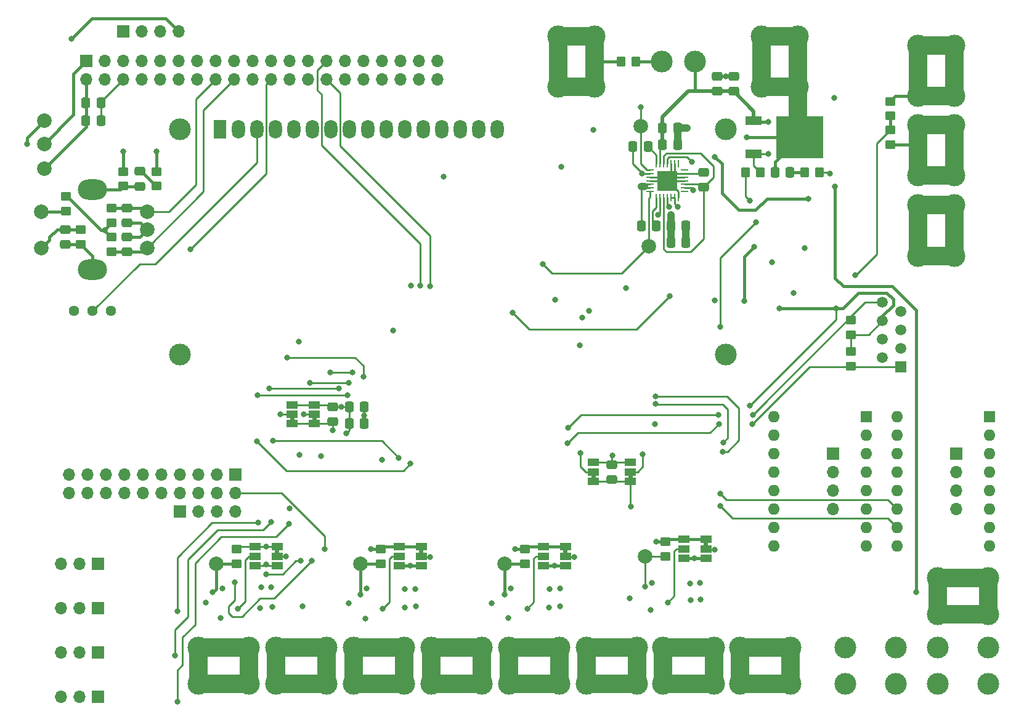
<source format=gbr>
%TF.GenerationSoftware,KiCad,Pcbnew,(6.0.7)*%
%TF.CreationDate,2022-11-14T00:19:26-05:00*%
%TF.ProjectId,MASA_Rover_1.0,4d415341-5f52-46f7-9665-725f312e302e,rev?*%
%TF.SameCoordinates,Original*%
%TF.FileFunction,Copper,L4,Bot*%
%TF.FilePolarity,Positive*%
%FSLAX46Y46*%
G04 Gerber Fmt 4.6, Leading zero omitted, Abs format (unit mm)*
G04 Created by KiCad (PCBNEW (6.0.7)) date 2022-11-14 00:19:26*
%MOMM*%
%LPD*%
G01*
G04 APERTURE LIST*
G04 Aperture macros list*
%AMRoundRect*
0 Rectangle with rounded corners*
0 $1 Rounding radius*
0 $2 $3 $4 $5 $6 $7 $8 $9 X,Y pos of 4 corners*
0 Add a 4 corners polygon primitive as box body*
4,1,4,$2,$3,$4,$5,$6,$7,$8,$9,$2,$3,0*
0 Add four circle primitives for the rounded corners*
1,1,$1+$1,$2,$3*
1,1,$1+$1,$4,$5*
1,1,$1+$1,$6,$7*
1,1,$1+$1,$8,$9*
0 Add four rect primitives between the rounded corners*
20,1,$1+$1,$2,$3,$4,$5,0*
20,1,$1+$1,$4,$5,$6,$7,0*
20,1,$1+$1,$6,$7,$8,$9,0*
20,1,$1+$1,$8,$9,$2,$3,0*%
G04 Aperture macros list end*
%TA.AperFunction,ComponentPad*%
%ADD10R,1.700000X1.700000*%
%TD*%
%TA.AperFunction,ComponentPad*%
%ADD11O,1.700000X1.700000*%
%TD*%
%TA.AperFunction,ComponentPad*%
%ADD12C,2.000000*%
%TD*%
%TA.AperFunction,ComponentPad*%
%ADD13O,4.000000X2.800000*%
%TD*%
%TA.AperFunction,ComponentPad*%
%ADD14C,3.000000*%
%TD*%
%TA.AperFunction,ComponentPad*%
%ADD15R,1.500000X1.500000*%
%TD*%
%TA.AperFunction,ComponentPad*%
%ADD16C,1.500000*%
%TD*%
%TA.AperFunction,ComponentPad*%
%ADD17C,1.440000*%
%TD*%
%TA.AperFunction,ComponentPad*%
%ADD18R,1.800000X2.600000*%
%TD*%
%TA.AperFunction,ComponentPad*%
%ADD19O,1.800000X2.600000*%
%TD*%
%TA.AperFunction,SMDPad,CuDef*%
%ADD20C,2.000000*%
%TD*%
%TA.AperFunction,SMDPad,CuDef*%
%ADD21RoundRect,0.250000X-0.475000X0.337500X-0.475000X-0.337500X0.475000X-0.337500X0.475000X0.337500X0*%
%TD*%
%TA.AperFunction,SMDPad,CuDef*%
%ADD22RoundRect,0.250000X0.475000X-0.337500X0.475000X0.337500X-0.475000X0.337500X-0.475000X-0.337500X0*%
%TD*%
%TA.AperFunction,SMDPad,CuDef*%
%ADD23RoundRect,0.250000X-0.450000X0.350000X-0.450000X-0.350000X0.450000X-0.350000X0.450000X0.350000X0*%
%TD*%
%TA.AperFunction,SMDPad,CuDef*%
%ADD24RoundRect,0.250000X0.337500X0.475000X-0.337500X0.475000X-0.337500X-0.475000X0.337500X-0.475000X0*%
%TD*%
%TA.AperFunction,SMDPad,CuDef*%
%ADD25RoundRect,0.250000X0.350000X0.450000X-0.350000X0.450000X-0.350000X-0.450000X0.350000X-0.450000X0*%
%TD*%
%TA.AperFunction,SMDPad,CuDef*%
%ADD26R,1.500000X1.000000*%
%TD*%
%TA.AperFunction,SMDPad,CuDef*%
%ADD27RoundRect,0.250000X0.450000X-0.350000X0.450000X0.350000X-0.450000X0.350000X-0.450000X-0.350000X0*%
%TD*%
%TA.AperFunction,SMDPad,CuDef*%
%ADD28RoundRect,0.250000X-0.337500X-0.475000X0.337500X-0.475000X0.337500X0.475000X-0.337500X0.475000X0*%
%TD*%
%TA.AperFunction,SMDPad,CuDef*%
%ADD29RoundRect,0.062500X0.062500X-0.425000X0.062500X0.425000X-0.062500X0.425000X-0.062500X-0.425000X0*%
%TD*%
%TA.AperFunction,SMDPad,CuDef*%
%ADD30RoundRect,0.062500X0.425000X-0.062500X0.425000X0.062500X-0.425000X0.062500X-0.425000X-0.062500X0*%
%TD*%
%TA.AperFunction,SMDPad,CuDef*%
%ADD31R,2.700000X2.700000*%
%TD*%
%TA.AperFunction,ComponentPad*%
%ADD32R,1.600000X1.600000*%
%TD*%
%TA.AperFunction,ComponentPad*%
%ADD33O,1.600000X1.600000*%
%TD*%
%TA.AperFunction,SMDPad,CuDef*%
%ADD34R,2.200000X1.200000*%
%TD*%
%TA.AperFunction,SMDPad,CuDef*%
%ADD35R,6.400000X5.800000*%
%TD*%
%TA.AperFunction,SMDPad,CuDef*%
%ADD36RoundRect,0.250000X-0.350000X-0.450000X0.350000X-0.450000X0.350000X0.450000X-0.350000X0.450000X0*%
%TD*%
%TA.AperFunction,ViaPad*%
%ADD37C,0.800000*%
%TD*%
%TA.AperFunction,Conductor*%
%ADD38C,0.400000*%
%TD*%
%TA.AperFunction,Conductor*%
%ADD39C,0.250000*%
%TD*%
%TA.AperFunction,Conductor*%
%ADD40C,2.540000*%
%TD*%
%TA.AperFunction,Conductor*%
%ADD41C,1.000000*%
%TD*%
%TA.AperFunction,Conductor*%
%ADD42C,0.450000*%
%TD*%
%TA.AperFunction,Conductor*%
%ADD43C,0.200000*%
%TD*%
%TA.AperFunction,Conductor*%
%ADD44C,0.500000*%
%TD*%
G04 APERTURE END LIST*
%TO.C,JP6*%
G36*
X90944000Y-125554000D02*
G01*
X90344000Y-125554000D01*
X90344000Y-125054000D01*
X90944000Y-125054000D01*
X90944000Y-125554000D01*
G37*
%TO.C,JP2*%
G36*
X76246000Y-107326000D02*
G01*
X75646000Y-107326000D01*
X75646000Y-106826000D01*
X76246000Y-106826000D01*
X76246000Y-107326000D01*
G37*
%TO.C,JP4*%
G36*
X114600000Y-115263500D02*
G01*
X114000000Y-115263500D01*
X114000000Y-114763500D01*
X114600000Y-114763500D01*
X114600000Y-115263500D01*
G37*
%TO.C,JP10*%
G36*
X110756000Y-125554000D02*
G01*
X110156000Y-125554000D01*
X110156000Y-125054000D01*
X110756000Y-125054000D01*
X110756000Y-125554000D01*
G37*
%TO.C,JP5*%
G36*
X71132000Y-125554000D02*
G01*
X70532000Y-125554000D01*
X70532000Y-125054000D01*
X71132000Y-125054000D01*
X71132000Y-125554000D01*
G37*
%TO.C,JP1*%
G36*
X73198000Y-107326000D02*
G01*
X72598000Y-107326000D01*
X72598000Y-106826000D01*
X73198000Y-106826000D01*
X73198000Y-107326000D01*
G37*
%TO.C,JP9*%
G36*
X130060000Y-124538000D02*
G01*
X129460000Y-124538000D01*
X129460000Y-124038000D01*
X130060000Y-124038000D01*
X130060000Y-124538000D01*
G37*
%TO.C,JP3*%
G36*
X119680000Y-115263500D02*
G01*
X119080000Y-115263500D01*
X119080000Y-114763500D01*
X119680000Y-114763500D01*
X119680000Y-115263500D01*
G37*
%TD*%
D10*
%TO.P,J13,1,Pin_1*%
%TO.N,Net-(J13-Pad1)*%
X46213000Y-133096000D03*
D11*
%TO.P,J13,2,Pin_2*%
%TO.N,+5V*%
X43673000Y-133096000D03*
%TO.P,J13,3,Pin_3*%
%TO.N,GND*%
X41133000Y-133096000D03*
%TD*%
D12*
%TO.P,S2,1*%
%TO.N,/EC11_SW*%
X38462000Y-83526000D03*
%TO.P,S2,2*%
%TO.N,Net-(R12-Pad2)*%
X38462000Y-78526000D03*
D13*
%TO.P,S2,3*%
%TO.N,GND*%
X45462000Y-86526000D03*
X45462000Y-75526000D03*
D12*
%TO.P,S2,A,CH_A*%
%TO.N,/EC11_A*%
X52962000Y-83526000D03*
%TO.P,S2,B,CH_B*%
%TO.N,/EC11_B*%
X52962000Y-78526000D03*
%TO.P,S2,C,COM*%
%TO.N,GND*%
X52962000Y-81026000D03*
%TD*%
D14*
%TO.P,J9,1,Pin_1*%
%TO.N,Net-(C28-Pad2)*%
X163917000Y-84658000D03*
X163917000Y-77648000D03*
X158917000Y-84658000D03*
X158917000Y-77648000D03*
%TD*%
D10*
%TO.P,J15,1,Pin_1*%
%TO.N,Net-(J15-Pad1)*%
X46228000Y-145288000D03*
D11*
%TO.P,J15,2,Pin_2*%
%TO.N,+5V*%
X43688000Y-145288000D03*
%TO.P,J15,3,Pin_3*%
%TO.N,GND*%
X41148000Y-145288000D03*
%TD*%
D14*
%TO.P,J8,1,Pin_1*%
%TO.N,/I2C Expenders/Peak Power Monitoring/PPM_Entry*%
X158917000Y-55677000D03*
X158917000Y-62687000D03*
X163917000Y-62687000D03*
X163917000Y-55677000D03*
%TD*%
%TO.P,J5,1,Pin_1*%
%TO.N,GND*%
X109500000Y-54407000D03*
X114500000Y-61417000D03*
X114500000Y-54407000D03*
X109500000Y-61417000D03*
%TD*%
%TO.P,J16,1,Pin_1*%
%TO.N,/I2C Expenders/DC Motor/MOT1+*%
X59995000Y-143470000D03*
X67005000Y-143470000D03*
X67005000Y-138470000D03*
X59995000Y-138470000D03*
%TD*%
D10*
%TO.P,J12,1,Pin_1*%
%TO.N,Net-(J12-Pad1)*%
X46213000Y-127000000D03*
D11*
%TO.P,J12,2,Pin_2*%
%TO.N,+5V*%
X43673000Y-127000000D03*
%TO.P,J12,3,Pin_3*%
%TO.N,GND*%
X41133000Y-127000000D03*
%TD*%
D14*
%TO.P,J22,1,Pin_1*%
%TO.N,/I2C Expenders/DC Motor/MOT4-*%
X141427000Y-138470000D03*
X134417000Y-143470000D03*
X141427000Y-143470000D03*
X134417000Y-138470000D03*
%TD*%
%TO.P,J29,1,Pin_1*%
%TO.N,GND*%
X168605000Y-138470000D03*
X161595000Y-143470000D03*
X168605000Y-143470000D03*
X161595000Y-138470000D03*
%TD*%
D10*
%TO.P,J1,1,Pin_1*%
%TO.N,/UART_RXD*%
X49667000Y-53721000D03*
D11*
%TO.P,J1,2,Pin_2*%
%TO.N,/UART_TXD*%
X52207000Y-53721000D03*
%TO.P,J1,3,Pin_3*%
%TO.N,GND*%
X54747000Y-53721000D03*
%TO.P,J1,4,Pin_4*%
%TO.N,+3V3*%
X57287000Y-53721000D03*
%TD*%
D15*
%TO.P,J3,1*%
%TO.N,/SCL*%
X156571000Y-99913500D03*
D16*
%TO.P,J3,2*%
%TO.N,GND*%
X154031000Y-98643500D03*
%TO.P,J3,3*%
X156571000Y-97373500D03*
%TO.P,J3,4*%
X154031000Y-96103500D03*
%TO.P,J3,5*%
%TO.N,+3V3*%
X156571000Y-94833500D03*
%TO.P,J3,6*%
X154031000Y-93563500D03*
%TO.P,J3,7*%
%TO.N,GND*%
X156571000Y-92293500D03*
%TO.P,J3,8*%
%TO.N,/SDA*%
X154031000Y-91023500D03*
%TD*%
D14*
%TO.P,J10,1,Pin_1*%
%TO.N,GND*%
X163917000Y-73609000D03*
X158917000Y-73609000D03*
X163917000Y-66599000D03*
X158917000Y-66599000D03*
%TD*%
D10*
%TO.P,J26,1,Pin_1*%
%TO.N,/I2C Expenders/Stepper Motor/A2_1*%
X147246500Y-111833500D03*
D11*
%TO.P,J26,2,Pin_2*%
%TO.N,/I2C Expenders/Stepper Motor/A1_1*%
X147246500Y-114373500D03*
%TO.P,J26,3,Pin_3*%
%TO.N,/I2C Expenders/Stepper Motor/B1_1*%
X147246500Y-116913500D03*
%TO.P,J26,4,Pin_4*%
%TO.N,/I2C Expenders/Stepper Motor/B2_1*%
X147246500Y-119453500D03*
%TD*%
D10*
%TO.P,J27,1,Pin_1*%
%TO.N,/I2C Expenders/Stepper Motor/A2_2*%
X164137500Y-111823500D03*
D11*
%TO.P,J27,2,Pin_2*%
%TO.N,/I2C Expenders/Stepper Motor/A1_2*%
X164137500Y-114363500D03*
%TO.P,J27,3,Pin_3*%
%TO.N,/I2C Expenders/Stepper Motor/B1_2*%
X164137500Y-116903500D03*
%TO.P,J27,4,Pin_4*%
%TO.N,/I2C Expenders/Stepper Motor/B2_2*%
X164137500Y-119443500D03*
%TD*%
D14*
%TO.P,J23,1,Pin_1*%
%TO.N,/I2C Expenders/DC Motor/MOT3-*%
X120345000Y-143470000D03*
X120345000Y-138470000D03*
X113335000Y-143470000D03*
X113335000Y-138470000D03*
%TD*%
%TO.P,J17,1,Pin_1*%
%TO.N,/I2C Expenders/DC Motor/MOT2+*%
X88341000Y-138470000D03*
X88341000Y-143470000D03*
X81331000Y-143470000D03*
X81331000Y-138470000D03*
%TD*%
%TO.P,J4,1,Pin_1*%
%TO.N,/Power Supply/VCCext*%
X142440000Y-61417000D03*
X137440000Y-61417000D03*
X142440000Y-54407000D03*
X137440000Y-54407000D03*
%TD*%
%TO.P,J19,1,Pin_1*%
%TO.N,/I2C Expenders/DC Motor/MOT2-*%
X91999000Y-138470000D03*
X91999000Y-143470000D03*
X99009000Y-138470000D03*
X99009000Y-143470000D03*
%TD*%
%TO.P,J20,1,Pin_1*%
%TO.N,/I2C Expenders/DC Motor/MOT4+*%
X130886000Y-138470000D03*
X130886000Y-143470000D03*
X123876000Y-138470000D03*
X123876000Y-143470000D03*
%TD*%
D17*
%TO.P,RV1,1,1*%
%TO.N,+5V*%
X48006000Y-92202000D03*
%TO.P,RV1,2,2*%
%TO.N,Net-(RV1-Pad2)*%
X45466000Y-92202000D03*
%TO.P,RV1,3,3*%
%TO.N,GND*%
X42926000Y-92202000D03*
%TD*%
D14*
%TO.P,J18,1,Pin_1*%
%TO.N,/I2C Expenders/DC Motor/MOT1-*%
X70663000Y-138470000D03*
X70663000Y-143470000D03*
X77673000Y-143470000D03*
X77673000Y-138470000D03*
%TD*%
%TO.P,U3,*%
%TO.N,*%
X132492000Y-67192500D03*
X57492900Y-98193200D03*
X132491480Y-98193200D03*
X57492900Y-67192500D03*
D18*
%TO.P,U3,1,VSS*%
%TO.N,GND*%
X62992000Y-67192500D03*
D19*
%TO.P,U3,2,VDD*%
%TO.N,+5V*%
X65532000Y-67192500D03*
%TO.P,U3,3,V0*%
%TO.N,Net-(RV1-Pad2)*%
X68072000Y-67192500D03*
%TO.P,U3,4,RS*%
%TO.N,/LCD_RW*%
X70612000Y-67192500D03*
%TO.P,U3,5,R/W*%
%TO.N,/LCD_E*%
X73152000Y-67192500D03*
%TO.P,U3,6,E*%
%TO.N,/LCD_RS*%
X75692000Y-67192500D03*
%TO.P,U3,7,DB0*%
%TO.N,/LCD0*%
X78232000Y-67192500D03*
%TO.P,U3,8,DB1*%
%TO.N,/LCD1*%
X80772000Y-67192500D03*
%TO.P,U3,9,DB2*%
%TO.N,/LCD2*%
X83312000Y-67192500D03*
%TO.P,U3,10,DB3*%
%TO.N,/LCD3*%
X85852000Y-67192500D03*
%TO.P,U3,11,DB4*%
%TO.N,/LCD4*%
X88392000Y-67192500D03*
%TO.P,U3,12,DB5*%
%TO.N,/LCD5*%
X90932000Y-67192500D03*
%TO.P,U3,13,DB6*%
%TO.N,/LCD6*%
X93472000Y-67192500D03*
%TO.P,U3,14,DB7*%
%TO.N,/LCD7*%
X96012000Y-67192500D03*
%TO.P,U3,15,A*%
%TO.N,+3V3*%
X98552000Y-67192500D03*
%TO.P,U3,16,K*%
%TO.N,GND*%
X101092000Y-67192500D03*
%TD*%
D10*
%TO.P,J7,1,Pin_1*%
%TO.N,/I2C Expenders/PWM3*%
X65082500Y-114676000D03*
D11*
%TO.P,J7,2,Pin_2*%
%TO.N,+5V*%
X65082500Y-117216000D03*
%TO.P,J7,3,Pin_3*%
%TO.N,/I2C Expenders/PWM2*%
X62542500Y-114676000D03*
%TO.P,J7,4,Pin_4*%
%TO.N,+5V*%
X62542500Y-117216000D03*
%TO.P,J7,5,Pin_5*%
%TO.N,/I2C Expenders/PWM1*%
X60002500Y-114676000D03*
%TO.P,J7,6,Pin_6*%
%TO.N,+5V*%
X60002500Y-117216000D03*
%TO.P,J7,7,Pin_7*%
%TO.N,/I2C Expenders/PWM0*%
X57462500Y-114676000D03*
%TO.P,J7,8,Pin_8*%
%TO.N,+5V*%
X57462500Y-117216000D03*
%TO.P,J7,9,Pin_9*%
%TO.N,/I2C Expenders/IO0_6*%
X54922500Y-114676000D03*
%TO.P,J7,10,Pin_10*%
%TO.N,GND*%
X54922500Y-117216000D03*
%TO.P,J7,11,Pin_11*%
%TO.N,/I2C Expenders/IO0_7*%
X52382500Y-114676000D03*
%TO.P,J7,12,Pin_12*%
%TO.N,GND*%
X52382500Y-117216000D03*
%TO.P,J7,13,Pin_13*%
%TO.N,/I2C Expenders/IO1_6*%
X49842500Y-114676000D03*
%TO.P,J7,14,Pin_14*%
%TO.N,GND*%
X49842500Y-117216000D03*
%TO.P,J7,15,Pin_15*%
%TO.N,/I2C Expenders/IO1_7*%
X47302500Y-114676000D03*
%TO.P,J7,16,Pin_16*%
%TO.N,GND*%
X47302500Y-117216000D03*
%TO.P,J7,17,Pin_17*%
%TO.N,/I2C Expenders/AIN6*%
X44762500Y-114676000D03*
%TO.P,J7,18,Pin_18*%
%TO.N,GND*%
X44762500Y-117216000D03*
%TO.P,J7,19,Pin_19*%
%TO.N,/I2C Expenders/AIN7*%
X42222500Y-114676000D03*
%TO.P,J7,20,Pin_20*%
%TO.N,GND*%
X42222500Y-117216000D03*
%TD*%
D10*
%TO.P,J14,1,Pin_1*%
%TO.N,Net-(J14-Pad1)*%
X46213000Y-139192000D03*
D11*
%TO.P,J14,2,Pin_2*%
%TO.N,+5V*%
X43673000Y-139192000D03*
%TO.P,J14,3,Pin_3*%
%TO.N,GND*%
X41133000Y-139192000D03*
%TD*%
D14*
%TO.P,S1,1*%
%TO.N,Net-(R4-Pad1)*%
X123670000Y-57912000D03*
%TO.P,S1,2*%
%TO.N,VCC*%
X128270000Y-57912000D03*
%TD*%
%TO.P,J21,1,Pin_1*%
%TO.N,/I2C Expenders/DC Motor/MOT3+*%
X102667000Y-138470000D03*
X102667000Y-143470000D03*
X109677000Y-138470000D03*
X109677000Y-143470000D03*
%TD*%
%TO.P,J24,1,Pin_1*%
%TO.N,/I2C Expenders/DC Motor/VCCdc*%
X155905000Y-138470000D03*
X148895000Y-138470000D03*
X148895000Y-143470000D03*
X155905000Y-143470000D03*
%TD*%
D10*
%TO.P,J6,1,Pin_1*%
%TO.N,GND*%
X57467500Y-119761000D03*
D11*
%TO.P,J6,2,Pin_2*%
X60007500Y-119761000D03*
%TO.P,J6,3,Pin_3*%
X62547500Y-119761000D03*
%TO.P,J6,4,Pin_4*%
X65087500Y-119761000D03*
%TD*%
D14*
%TO.P,J28,1,Pin_1*%
%TO.N,/I2C Expenders/Stepper Motor/VCCstp*%
X161595000Y-133945000D03*
X161595000Y-128945000D03*
X168605000Y-133945000D03*
X168605000Y-128945000D03*
%TD*%
D20*
%TO.P,TP7,1,1*%
%TO.N,Net-(R47-Pad2)*%
X82262000Y-126970000D03*
%TD*%
D21*
%TO.P,C19,1*%
%TO.N,/EC11_B*%
X50228500Y-78020000D03*
%TO.P,C19,2*%
%TO.N,GND*%
X50228500Y-80095000D03*
%TD*%
D22*
%TO.P,C18,1*%
%TO.N,/EC11_A*%
X50228500Y-84095500D03*
%TO.P,C18,2*%
%TO.N,GND*%
X50228500Y-82020500D03*
%TD*%
D20*
%TO.P,TP8,1,1*%
%TO.N,Net-(R48-Pad2)*%
X121378000Y-125954000D03*
%TD*%
%TO.P,TP5,1,1*%
%TO.N,/Power Supply/PGOOD_3V3*%
X120777000Y-66802000D03*
%TD*%
D23*
%TO.P,R47,1*%
%TO.N,+5V*%
X85056000Y-124954000D03*
%TO.P,R47,2*%
%TO.N,Net-(R47-Pad2)*%
X85056000Y-126954000D03*
%TD*%
D24*
%TO.P,C13,1*%
%TO.N,Net-(C13-Pad1)*%
X122957500Y-80518000D03*
%TO.P,C13,2*%
%TO.N,/Power Supply/SW1*%
X120882500Y-80518000D03*
%TD*%
D23*
%TO.P,R14,1*%
%TO.N,/BTN*%
X54229000Y-73041000D03*
%TO.P,R14,2*%
%TO.N,Net-(C20-Pad1)*%
X54229000Y-75041000D03*
%TD*%
%TO.P,R46,1*%
%TO.N,+5V*%
X65244000Y-124954000D03*
%TO.P,R46,2*%
%TO.N,Net-(R46-Pad2)*%
X65244000Y-126954000D03*
%TD*%
D25*
%TO.P,R4,1*%
%TO.N,Net-(R4-Pad1)*%
X120126000Y-57912000D03*
%TO.P,R4,2*%
%TO.N,GND*%
X118126000Y-57912000D03*
%TD*%
D21*
%TO.P,C25,1*%
%TO.N,+3V3*%
X78486000Y-105388500D03*
%TO.P,C25,2*%
%TO.N,GND*%
X78486000Y-107463500D03*
%TD*%
D23*
%TO.P,R23,1*%
%TO.N,/I2C Expenders/AIN0*%
X155067000Y-67310000D03*
%TO.P,R23,2*%
%TO.N,GND*%
X155067000Y-69310000D03*
%TD*%
D26*
%TO.P,JP6,1,A*%
%TO.N,+5V*%
X90644000Y-124654000D03*
%TO.P,JP6,2,C*%
%TO.N,Net-(JP6-Pad2)*%
X90644000Y-125954000D03*
%TO.P,JP6,3,B*%
%TO.N,GND*%
X90644000Y-127254000D03*
%TD*%
%TO.P,JP2,1,A*%
%TO.N,GND*%
X75946000Y-107726000D03*
%TO.P,JP2,2,C*%
%TO.N,Net-(JP2-Pad2)*%
X75946000Y-106426000D03*
%TO.P,JP2,3,B*%
%TO.N,+3V3*%
X75946000Y-105126000D03*
%TD*%
D23*
%TO.P,R9,1*%
%TO.N,3V3*%
X48069500Y-82058000D03*
%TO.P,R9,2*%
%TO.N,/EC11_A*%
X48069500Y-84058000D03*
%TD*%
%TO.P,R49,1*%
%TO.N,+5V*%
X104868000Y-124954000D03*
%TO.P,R49,2*%
%TO.N,Net-(R49-Pad2)*%
X104868000Y-126954000D03*
%TD*%
D20*
%TO.P,TP4,1,1*%
%TO.N,/Power Supply/PGOOD_5V0*%
X121920000Y-83312000D03*
%TD*%
D23*
%TO.P,R13,1*%
%TO.N,/BTN*%
X49720500Y-73041000D03*
%TO.P,R13,2*%
%TO.N,GND*%
X49720500Y-75041000D03*
%TD*%
D24*
%TO.P,C14,1*%
%TO.N,Net-(C14-Pad1)*%
X121814500Y-69596000D03*
%TO.P,C14,2*%
%TO.N,/Power Supply/SW2*%
X119739500Y-69596000D03*
%TD*%
D26*
%TO.P,JP4,1,A*%
%TO.N,GND*%
X114300000Y-115663500D03*
%TO.P,JP4,2,C*%
%TO.N,Net-(JP4-Pad2)*%
X114300000Y-114363500D03*
%TO.P,JP4,3,B*%
%TO.N,+3V3*%
X114300000Y-113063500D03*
%TD*%
D27*
%TO.P,R15,1*%
%TO.N,+3V3*%
X149669500Y-95488000D03*
%TO.P,R15,2*%
%TO.N,/SDA*%
X149669500Y-93488000D03*
%TD*%
D28*
%TO.P,C7,1*%
%TO.N,VCC*%
X123803500Y-67056000D03*
%TO.P,C7,2*%
%TO.N,GND*%
X125878500Y-67056000D03*
%TD*%
D26*
%TO.P,JP10,1,A*%
%TO.N,+5V*%
X110456000Y-124654000D03*
%TO.P,JP10,2,C*%
%TO.N,Net-(JP10-Pad2)*%
X110456000Y-125954000D03*
%TO.P,JP10,3,B*%
%TO.N,GND*%
X110456000Y-127254000D03*
%TD*%
D10*
%TO.P,J2,1,Pin_1*%
%TO.N,+3V3*%
X44635000Y-57811500D03*
D11*
%TO.P,J2,2,Pin_2*%
%TO.N,+5V*%
X44635000Y-60351500D03*
%TO.P,J2,3,Pin_3*%
%TO.N,unconnected-(J2-Pad3)*%
X47175000Y-57811500D03*
%TO.P,J2,4,Pin_4*%
%TO.N,+5V*%
X47175000Y-60351500D03*
%TO.P,J2,5,Pin_5*%
%TO.N,unconnected-(J2-Pad5)*%
X49715000Y-57811500D03*
%TO.P,J2,6,Pin_6*%
%TO.N,GND*%
X49715000Y-60351500D03*
%TO.P,J2,7,Pin_7*%
%TO.N,unconnected-(J2-Pad7)*%
X52255000Y-57811500D03*
%TO.P,J2,8,Pin_8*%
%TO.N,/UART_RXD*%
X52255000Y-60351500D03*
%TO.P,J2,9,Pin_9*%
%TO.N,GND*%
X54795000Y-57811500D03*
%TO.P,J2,10,Pin_10*%
%TO.N,/UART_TXD*%
X54795000Y-60351500D03*
%TO.P,J2,11,Pin_11*%
%TO.N,/LCD0*%
X57335000Y-57811500D03*
%TO.P,J2,12,Pin_12*%
%TO.N,unconnected-(J2-Pad12)*%
X57335000Y-60351500D03*
%TO.P,J2,13,Pin_13*%
%TO.N,/LCD1*%
X59875000Y-57811500D03*
%TO.P,J2,14,Pin_14*%
%TO.N,GND*%
X59875000Y-60351500D03*
%TO.P,J2,15,Pin_15*%
%TO.N,/LCD2*%
X62415000Y-57811500D03*
%TO.P,J2,16,Pin_16*%
%TO.N,/EC11_B*%
X62415000Y-60351500D03*
%TO.P,J2,17,Pin_17*%
%TO.N,unconnected-(J2-Pad17)*%
X64955000Y-57811500D03*
%TO.P,J2,18,Pin_18*%
%TO.N,/EC11_A*%
X64955000Y-60351500D03*
%TO.P,J2,19,Pin_19*%
%TO.N,unconnected-(J2-Pad19)*%
X67495000Y-57811500D03*
%TO.P,J2,20,Pin_20*%
%TO.N,GND*%
X67495000Y-60351500D03*
%TO.P,J2,21,Pin_21*%
%TO.N,unconnected-(J2-Pad21)*%
X70035000Y-57811500D03*
%TO.P,J2,22,Pin_22*%
%TO.N,/EC11_SW*%
X70035000Y-60351500D03*
%TO.P,J2,23,Pin_23*%
%TO.N,unconnected-(J2-Pad23)*%
X72575000Y-57811500D03*
%TO.P,J2,24,Pin_24*%
%TO.N,unconnected-(J2-Pad24)*%
X72575000Y-60351500D03*
%TO.P,J2,25,Pin_25*%
%TO.N,GND*%
X75115000Y-57811500D03*
%TO.P,J2,26,Pin_26*%
%TO.N,unconnected-(J2-Pad26)*%
X75115000Y-60351500D03*
%TO.P,J2,27,Pin_27*%
%TO.N,/SDA*%
X77655000Y-57811500D03*
%TO.P,J2,28,Pin_28*%
%TO.N,/SCL*%
X77655000Y-60351500D03*
%TO.P,J2,29,Pin_29*%
%TO.N,/LCD3*%
X80195000Y-57811500D03*
%TO.P,J2,30,Pin_30*%
%TO.N,GND*%
X80195000Y-60351500D03*
%TO.P,J2,31,Pin_31*%
%TO.N,/LCD4*%
X82735000Y-57811500D03*
%TO.P,J2,32,Pin_32*%
%TO.N,/LCD_RS*%
X82735000Y-60351500D03*
%TO.P,J2,33,Pin_33*%
%TO.N,/LCD5*%
X85275000Y-57811500D03*
%TO.P,J2,34,Pin_34*%
%TO.N,GND*%
X85275000Y-60351500D03*
%TO.P,J2,35,Pin_35*%
%TO.N,/LCD6*%
X87815000Y-57811500D03*
%TO.P,J2,36,Pin_36*%
%TO.N,/LCD_E*%
X87815000Y-60351500D03*
%TO.P,J2,37,Pin_37*%
%TO.N,/LCD7*%
X90355000Y-57811500D03*
%TO.P,J2,38,Pin_38*%
%TO.N,/LCD_RW*%
X90355000Y-60351500D03*
%TO.P,J2,39,Pin_39*%
%TO.N,GND*%
X92895000Y-57811500D03*
%TO.P,J2,40,Pin_40*%
%TO.N,/BTN*%
X92895000Y-60351500D03*
%TD*%
D28*
%TO.P,C23,1*%
%TO.N,+3V3*%
X80750500Y-105410000D03*
%TO.P,C23,2*%
%TO.N,GND*%
X82825500Y-105410000D03*
%TD*%
D29*
%TO.P,U2,1,PGND*%
%TO.N,GND*%
X125960000Y-76657500D03*
%TO.P,U2,2,EN2*%
%TO.N,Net-(R4-Pad1)*%
X125460000Y-76657500D03*
%TO.P,U2,3,EN1*%
X124960000Y-76657500D03*
%TO.P,U2,4,OUT1*%
%TO.N,+5V*%
X124460000Y-76657500D03*
%TO.P,U2,5,FB1*%
%TO.N,/Power Supply/VBIAS*%
X123960000Y-76657500D03*
%TO.P,U2,6,SUPSW1*%
%TO.N,VCC*%
X123460000Y-76657500D03*
%TO.P,U2,7,BST1*%
%TO.N,Net-(C13-Pad1)*%
X122960000Y-76657500D03*
D30*
%TO.P,U2,8,PGOOD1*%
%TO.N,/Power Supply/PGOOD_5V0*%
X122097500Y-75795000D03*
%TO.P,U2,9,LX1*%
%TO.N,/Power Supply/SW1*%
X122097500Y-75295000D03*
%TO.P,U2,10,LX1*%
X122097500Y-74795000D03*
%TO.P,U2,11,PGND1*%
%TO.N,GND*%
X122097500Y-74295000D03*
%TO.P,U2,12,PGND2*%
X122097500Y-73795000D03*
%TO.P,U2,13,LX2*%
%TO.N,/Power Supply/SW2*%
X122097500Y-73295000D03*
%TO.P,U2,14,PGOOD2*%
%TO.N,/Power Supply/PGOOD_3V3*%
X122097500Y-72795000D03*
D29*
%TO.P,U2,15,BST2*%
%TO.N,Net-(C14-Pad1)*%
X122960000Y-71932500D03*
%TO.P,U2,16,SUPSW2*%
%TO.N,VCC*%
X123460000Y-71932500D03*
%TO.P,U2,17,FB2*%
%TO.N,/Power Supply/VBIAS*%
X123960000Y-71932500D03*
%TO.P,U2,18,OUT2*%
%TO.N,+3V3*%
X124460000Y-71932500D03*
%TO.P,U2,19,PGND*%
%TO.N,GND*%
X124960000Y-71932500D03*
%TO.P,U2,20,PGND*%
X125460000Y-71932500D03*
%TO.P,U2,21,N.C.*%
%TO.N,unconnected-(U2-Pad21)*%
X125960000Y-71932500D03*
D30*
%TO.P,U2,22,N.C.*%
%TO.N,unconnected-(U2-Pad22)*%
X126822500Y-72795000D03*
%TO.P,U2,23,PGND*%
%TO.N,GND*%
X126822500Y-73295000D03*
%TO.P,U2,24,PGND*%
X126822500Y-73795000D03*
%TO.P,U2,25,AGND*%
X126822500Y-74295000D03*
%TO.P,U2,26,BIAS*%
%TO.N,/Power Supply/VBIAS*%
X126822500Y-74795000D03*
%TO.P,U2,27,EXTVCC*%
%TO.N,+5V*%
X126822500Y-75295000D03*
%TO.P,U2,28,FSYNC*%
%TO.N,unconnected-(U2-Pad28)*%
X126822500Y-75795000D03*
D31*
%TO.P,U2,29*%
%TO.N,GND*%
X124460000Y-74295000D03*
%TD*%
D20*
%TO.P,TP2,1,1*%
%TO.N,+3V3*%
X38862000Y-69224500D03*
%TD*%
D26*
%TO.P,JP5,1,A*%
%TO.N,+5V*%
X70832000Y-124654000D03*
%TO.P,JP5,2,C*%
%TO.N,Net-(JP5-Pad2)*%
X70832000Y-125954000D03*
%TO.P,JP5,3,B*%
%TO.N,GND*%
X70832000Y-127254000D03*
%TD*%
D20*
%TO.P,TP9,1,1*%
%TO.N,Net-(R49-Pad2)*%
X102074000Y-126970000D03*
%TD*%
D21*
%TO.P,C26,1*%
%TO.N,+3V3*%
X116840000Y-113326000D03*
%TO.P,C26,2*%
%TO.N,GND*%
X116840000Y-115401000D03*
%TD*%
D26*
%TO.P,JP7,1,A*%
%TO.N,GND*%
X67784000Y-127254000D03*
%TO.P,JP7,2,C*%
%TO.N,Net-(JP7-Pad2)*%
X67784000Y-125954000D03*
%TO.P,JP7,3,B*%
%TO.N,+5V*%
X67784000Y-124654000D03*
%TD*%
D20*
%TO.P,TP1,1,1*%
%TO.N,+5V*%
X38862000Y-72653500D03*
%TD*%
D23*
%TO.P,R20,1*%
%TO.N,/I2C Expenders/Peak Power Monitoring/PPM_Entry*%
X155067000Y-63373000D03*
%TO.P,R20,2*%
%TO.N,/I2C Expenders/AIN0*%
X155067000Y-65373000D03*
%TD*%
D22*
%TO.P,C5,1*%
%TO.N,VCC*%
X131318000Y-61997500D03*
%TO.P,C5,2*%
%TO.N,GND*%
X131318000Y-59922500D03*
%TD*%
D23*
%TO.P,R12,1*%
%TO.N,3V3*%
X41783000Y-76470000D03*
%TO.P,R12,2*%
%TO.N,Net-(R12-Pad2)*%
X41783000Y-78470000D03*
%TD*%
D28*
%TO.P,C9,1*%
%TO.N,VCC*%
X124946500Y-80518000D03*
%TO.P,C9,2*%
%TO.N,GND*%
X127021500Y-80518000D03*
%TD*%
%TO.P,C4,1*%
%TO.N,+5V*%
X44555500Y-66040000D03*
%TO.P,C4,2*%
%TO.N,GND*%
X46630500Y-66040000D03*
%TD*%
D21*
%TO.P,C20,1*%
%TO.N,Net-(C20-Pad1)*%
X51943000Y-73003500D03*
%TO.P,C20,2*%
%TO.N,GND*%
X51943000Y-75078500D03*
%TD*%
D32*
%TO.P,A1,1,GND*%
%TO.N,GND*%
X151818500Y-106743500D03*
D33*
%TO.P,A1,2,~{FLT}*%
%TO.N,unconnected-(A1-Pad2)*%
X151818500Y-109283500D03*
%TO.P,A1,3,A2*%
%TO.N,/I2C Expenders/Stepper Motor/A2_1*%
X151818500Y-111823500D03*
%TO.P,A1,4,A1*%
%TO.N,/I2C Expenders/Stepper Motor/A1_1*%
X151818500Y-114363500D03*
%TO.P,A1,5,B1*%
%TO.N,/I2C Expenders/Stepper Motor/B1_1*%
X151818500Y-116903500D03*
%TO.P,A1,6,B2*%
%TO.N,/I2C Expenders/Stepper Motor/B2_1*%
X151818500Y-119443500D03*
%TO.P,A1,7,GND*%
%TO.N,GND*%
X151818500Y-121983500D03*
%TO.P,A1,8,VMOT*%
%TO.N,/I2C Expenders/Stepper Motor/VCCstp*%
X151818500Y-124523500D03*
%TO.P,A1,9,~{EN}*%
%TO.N,GND*%
X139118500Y-124523500D03*
%TO.P,A1,10,M0*%
%TO.N,/I2C Expenders/IO1_0*%
X139118500Y-121983500D03*
%TO.P,A1,11,M1*%
%TO.N,/I2C Expenders/IO1_1*%
X139118500Y-119443500D03*
%TO.P,A1,12,M2*%
%TO.N,/I2C Expenders/IO1_2*%
X139118500Y-116903500D03*
%TO.P,A1,13,~{RST}*%
%TO.N,GND*%
X139118500Y-114363500D03*
%TO.P,A1,14,~{SLP}*%
X139118500Y-111823500D03*
%TO.P,A1,15,STEP*%
%TO.N,/I2C Expenders/IO1_3*%
X139118500Y-109283500D03*
%TO.P,A1,16,DIR*%
%TO.N,/I2C Expenders/IO1_4*%
X139118500Y-106743500D03*
%TD*%
D23*
%TO.P,R48,1*%
%TO.N,+5V*%
X124172000Y-123938000D03*
%TO.P,R48,2*%
%TO.N,Net-(R48-Pad2)*%
X124172000Y-125938000D03*
%TD*%
%TO.P,R16,1*%
%TO.N,+3V3*%
X149669500Y-97806000D03*
%TO.P,R16,2*%
%TO.N,/SCL*%
X149669500Y-99806000D03*
%TD*%
D26*
%TO.P,JP1,1,A*%
%TO.N,GND*%
X72898000Y-107726000D03*
%TO.P,JP1,2,C*%
%TO.N,Net-(JP1-Pad2)*%
X72898000Y-106426000D03*
%TO.P,JP1,3,B*%
%TO.N,+3V3*%
X72898000Y-105126000D03*
%TD*%
D20*
%TO.P,TP3,1,1*%
%TO.N,GND*%
X38862000Y-66049500D03*
%TD*%
D27*
%TO.P,R11,1*%
%TO.N,GND*%
X43878500Y-83042000D03*
%TO.P,R11,2*%
%TO.N,/EC11_SW*%
X43878500Y-81042000D03*
%TD*%
D26*
%TO.P,JP9,1,A*%
%TO.N,+5V*%
X129760000Y-123638000D03*
%TO.P,JP9,2,C*%
%TO.N,Net-(JP9-Pad2)*%
X129760000Y-124938000D03*
%TO.P,JP9,3,B*%
%TO.N,GND*%
X129760000Y-126238000D03*
%TD*%
%TO.P,JP11,1,A*%
%TO.N,GND*%
X126712000Y-126238000D03*
%TO.P,JP11,2,C*%
%TO.N,Net-(JP11-Pad2)*%
X126712000Y-124938000D03*
%TO.P,JP11,3,B*%
%TO.N,+5V*%
X126712000Y-123638000D03*
%TD*%
D32*
%TO.P,A2,1,GND*%
%TO.N,GND*%
X168709500Y-106743500D03*
D33*
%TO.P,A2,2,~{FLT}*%
%TO.N,unconnected-(A2-Pad2)*%
X168709500Y-109283500D03*
%TO.P,A2,3,A2*%
%TO.N,/I2C Expenders/Stepper Motor/A2_2*%
X168709500Y-111823500D03*
%TO.P,A2,4,A1*%
%TO.N,/I2C Expenders/Stepper Motor/A1_2*%
X168709500Y-114363500D03*
%TO.P,A2,5,B1*%
%TO.N,/I2C Expenders/Stepper Motor/B1_2*%
X168709500Y-116903500D03*
%TO.P,A2,6,B2*%
%TO.N,/I2C Expenders/Stepper Motor/B2_2*%
X168709500Y-119443500D03*
%TO.P,A2,7,GND*%
%TO.N,GND*%
X168709500Y-121983500D03*
%TO.P,A2,8,VMOT*%
%TO.N,/I2C Expenders/Stepper Motor/VCCstp*%
X168709500Y-124523500D03*
%TO.P,A2,9,~{EN}*%
%TO.N,GND*%
X156009500Y-124523500D03*
%TO.P,A2,10,M0*%
%TO.N,/I2C Expenders/IO0_4*%
X156009500Y-121983500D03*
%TO.P,A2,11,M1*%
%TO.N,/I2C Expenders/IO0_3*%
X156009500Y-119443500D03*
%TO.P,A2,12,M2*%
%TO.N,/I2C Expenders/IO0_2*%
X156009500Y-116903500D03*
%TO.P,A2,13,~{RST}*%
%TO.N,GND*%
X156009500Y-114363500D03*
%TO.P,A2,14,~{SLP}*%
X156009500Y-111823500D03*
%TO.P,A2,15,STEP*%
%TO.N,/I2C Expenders/IO0_1*%
X156009500Y-109283500D03*
%TO.P,A2,16,DIR*%
%TO.N,/I2C Expenders/IO0_0*%
X156009500Y-106743500D03*
%TD*%
D28*
%TO.P,C3,1*%
%TO.N,+5V*%
X44555500Y-63563500D03*
%TO.P,C3,2*%
%TO.N,GND*%
X46630500Y-63563500D03*
%TD*%
D26*
%TO.P,JP8,1,A*%
%TO.N,GND*%
X87596000Y-127254000D03*
%TO.P,JP8,2,C*%
%TO.N,Net-(JP8-Pad2)*%
X87596000Y-125954000D03*
%TO.P,JP8,3,B*%
%TO.N,+5V*%
X87596000Y-124654000D03*
%TD*%
D28*
%TO.P,D1,1,K*%
%TO.N,/Power Supply/VCCext*%
X139253500Y-73151000D03*
%TO.P,D1,2,A*%
%TO.N,Net-(D1-Pad2)*%
X141328500Y-73151000D03*
%TD*%
%TO.P,C8,1*%
%TO.N,VCC*%
X123803500Y-69342000D03*
%TO.P,C8,2*%
%TO.N,GND*%
X125878500Y-69342000D03*
%TD*%
%TO.P,C24,1*%
%TO.N,+3V3*%
X80750500Y-107696000D03*
%TO.P,C24,2*%
%TO.N,GND*%
X82825500Y-107696000D03*
%TD*%
D26*
%TO.P,JP3,1,A*%
%TO.N,GND*%
X119380000Y-115663500D03*
%TO.P,JP3,2,C*%
%TO.N,Net-(JP3-Pad2)*%
X119380000Y-114363500D03*
%TO.P,JP3,3,B*%
%TO.N,+3V3*%
X119380000Y-113063500D03*
%TD*%
D28*
%TO.P,C10,1*%
%TO.N,VCC*%
X124946500Y-82804000D03*
%TO.P,C10,2*%
%TO.N,GND*%
X127021500Y-82804000D03*
%TD*%
D22*
%TO.P,C75,1*%
%TO.N,/Power Supply/VBIAS*%
X129413000Y-75205500D03*
%TO.P,C75,2*%
%TO.N,GND*%
X129413000Y-73130500D03*
%TD*%
D21*
%TO.P,C17,1*%
%TO.N,/EC11_SW*%
X41719500Y-81004500D03*
%TO.P,C17,2*%
%TO.N,GND*%
X41719500Y-83079500D03*
%TD*%
D26*
%TO.P,JP12,1,A*%
%TO.N,GND*%
X107408000Y-127254000D03*
%TO.P,JP12,2,C*%
%TO.N,Net-(JP12-Pad2)*%
X107408000Y-125954000D03*
%TO.P,JP12,3,B*%
%TO.N,+5V*%
X107408000Y-124654000D03*
%TD*%
D34*
%TO.P,Q1,1,G*%
%TO.N,Net-(Q1-Pad1)*%
X136345000Y-70605000D03*
D35*
%TO.P,Q1,2,D*%
%TO.N,/Power Supply/VCCext*%
X142645000Y-68325000D03*
D34*
%TO.P,Q1,3,S*%
%TO.N,VCC*%
X136345000Y-66045000D03*
%TD*%
D25*
%TO.P,R3,1*%
%TO.N,Net-(Q1-Pad1)*%
X137243000Y-73151000D03*
%TO.P,R3,2*%
%TO.N,GND*%
X135243000Y-73151000D03*
%TD*%
D27*
%TO.P,R10,1*%
%TO.N,3V3*%
X48069500Y-80057500D03*
%TO.P,R10,2*%
%TO.N,/EC11_B*%
X48069500Y-78057500D03*
%TD*%
D22*
%TO.P,C6,1*%
%TO.N,VCC*%
X133604000Y-61997500D03*
%TO.P,C6,2*%
%TO.N,GND*%
X133604000Y-59922500D03*
%TD*%
D36*
%TO.P,R1,1*%
%TO.N,Net-(D1-Pad2)*%
X143355000Y-73151000D03*
%TO.P,R1,2*%
%TO.N,GND*%
X145355000Y-73151000D03*
%TD*%
D20*
%TO.P,TP6,1,1*%
%TO.N,Net-(R46-Pad2)*%
X62450000Y-126970000D03*
%TD*%
D37*
%TO.N,GND*%
X130953000Y-90757500D03*
X146800000Y-73300000D03*
X36512500Y-69215000D03*
X86804500Y-94932500D03*
X102637500Y-134451000D03*
X127571500Y-129667000D03*
X68643500Y-130238500D03*
X82931000Y-134514500D03*
X129032000Y-131889500D03*
X89852500Y-130429000D03*
X135811500Y-77040500D03*
X125158500Y-74993500D03*
X69300000Y-127100000D03*
X109071500Y-90678000D03*
X63101400Y-134409000D03*
X119500000Y-119100000D03*
X125158500Y-73723500D03*
X109696250Y-132873750D03*
X127190500Y-67056000D03*
X122800000Y-107800000D03*
X72580500Y-119380000D03*
X109728000Y-130365500D03*
X82825500Y-106574500D03*
X89154000Y-127254000D03*
X108966000Y-127254000D03*
X123888500Y-74993500D03*
X76909500Y-112141000D03*
X127635000Y-131953000D03*
X73914000Y-112014000D03*
X141779500Y-89773000D03*
X127021500Y-81639500D03*
X88392000Y-130429000D03*
X108204000Y-132969000D03*
X114300000Y-67310000D03*
X138848500Y-85508500D03*
X69977000Y-130238500D03*
X132461000Y-59922500D03*
X70199250Y-132937250D03*
X147383500Y-62928500D03*
X108267500Y-130429000D03*
X122152500Y-133371500D03*
X89947750Y-132873750D03*
X88392000Y-132969000D03*
X68516500Y-133096000D03*
X89259500Y-88731000D03*
X85280500Y-112649000D03*
X128968500Y-129603500D03*
X123888500Y-73723500D03*
X128206500Y-126238000D03*
X73866500Y-96440500D03*
X78486000Y-108648500D03*
X143319500Y-83566000D03*
X118745000Y-89090500D03*
%TO.N,/I2C Expenders/Stepper Motor/VCCstp*%
X72199500Y-98615500D03*
X82677000Y-101219000D03*
%TO.N,/I2C Expenders/IO0_3*%
X131699000Y-117348000D03*
%TO.N,/I2C Expenders/IO0_4*%
X131762500Y-119062500D03*
%TO.N,+3V3*%
X147621000Y-91821000D03*
X143810500Y-76754500D03*
X135780500Y-105219500D03*
X139827000Y-91821000D03*
X109857500Y-72387500D03*
X127825500Y-71691500D03*
X79692500Y-105410000D03*
X116900000Y-112100000D03*
X93750000Y-73750000D03*
X42566500Y-54758500D03*
X131000000Y-71000000D03*
X80327500Y-109029500D03*
%TO.N,+5V*%
X69346000Y-124654000D03*
X113667500Y-92199500D03*
X102939779Y-130392500D03*
X112395000Y-96964500D03*
X83756500Y-124968000D03*
X122301000Y-129613500D03*
X83146500Y-130392500D03*
X128016000Y-75565000D03*
X103568500Y-124968000D03*
X124714000Y-77851000D03*
X63306916Y-130392500D03*
X112776000Y-93091000D03*
X77400000Y-125000000D03*
X122950000Y-123938000D03*
%TO.N,VCC*%
X123190000Y-78994000D03*
X138303000Y-66167000D03*
X124968000Y-78994000D03*
%TO.N,/Power Supply/SW1*%
X120904000Y-75057000D03*
%TO.N,/Power Supply/SW2*%
X120967500Y-73295000D03*
%TO.N,/EC11_SW*%
X58928000Y-83693000D03*
%TO.N,Net-(C30-Pad2)*%
X135001000Y-90805000D03*
X136410000Y-83375500D03*
%TO.N,/I2C Expenders/DC Motor/VCCdc*%
X119250000Y-131750000D03*
X80666500Y-132439500D03*
X80645000Y-102108000D03*
X61023500Y-132334000D03*
X75311000Y-102108000D03*
X100330000Y-132397500D03*
X74358500Y-132842000D03*
%TO.N,/Power Supply/VCCext*%
X135400000Y-68326000D03*
%TO.N,/Power Supply/PGOOD_5V0*%
X107315000Y-85788500D03*
%TO.N,/Power Supply/PGOOD_3V3*%
X120777000Y-64135000D03*
%TO.N,/BTN*%
X49720500Y-70231000D03*
X54229000Y-70231000D03*
%TO.N,/SDA*%
X131508500Y-106489500D03*
X110807500Y-108267500D03*
X90487500Y-88709500D03*
X136207500Y-106489500D03*
%TO.N,/SCL*%
X136144000Y-107759500D03*
X81153000Y-100647500D03*
X131572000Y-107759500D03*
X91821000Y-88773000D03*
X110744000Y-110426500D03*
X78105000Y-100647500D03*
%TO.N,/I2C Expenders/IO0_6*%
X87566500Y-112395000D03*
X70294500Y-110045500D03*
%TO.N,/I2C Expenders/IO0_7*%
X89154000Y-113220500D03*
X68072000Y-110109000D03*
%TO.N,/I2C Expenders/IO1_6*%
X132080000Y-111569500D03*
X79311500Y-102870000D03*
X122809000Y-103949500D03*
X69786500Y-102870000D03*
%TO.N,/I2C Expenders/IO1_7*%
X68135500Y-103759000D03*
X80518000Y-103759000D03*
X132143500Y-110299500D03*
X122809000Y-104965500D03*
%TO.N,Net-(JP1-Pad2)*%
X71247000Y-106426000D03*
%TO.N,Net-(JP2-Pad2)*%
X74485500Y-106426000D03*
%TO.N,Net-(JP3-Pad2)*%
X121094500Y-111950500D03*
%TO.N,Net-(JP4-Pad2)*%
X112522000Y-111760000D03*
%TO.N,Net-(JP5-Pad2)*%
X72072500Y-125984000D03*
%TO.N,Net-(JP6-Pad2)*%
X91895000Y-126058000D03*
%TO.N,Net-(JP7-Pad2)*%
X65468500Y-133159500D03*
%TO.N,Net-(JP8-Pad2)*%
X85351500Y-133167000D03*
%TO.N,Net-(JP9-Pad2)*%
X131011000Y-125011000D03*
%TO.N,Net-(JP10-Pad2)*%
X111696500Y-126047500D03*
%TO.N,Net-(JP11-Pad2)*%
X124513180Y-132287999D03*
%TO.N,Net-(JP12-Pad2)*%
X105209179Y-133167000D03*
%TO.N,/I2C Expenders/IO0_5*%
X147510500Y-75057000D03*
X158623000Y-130873500D03*
%TO.N,/I2C Expenders/PWM8*%
X75628500Y-126555500D03*
X65000000Y-129500000D03*
%TO.N,/I2C Expenders/PWM9*%
X69300000Y-128400000D03*
X74041000Y-126555500D03*
%TO.N,Net-(R4-Pad1)*%
X125857000Y-77851000D03*
%TO.N,3V3*%
X47180500Y-81089500D03*
%TO.N,/I2C Expenders/AIN0*%
X150304500Y-87249000D03*
%TO.N,/I2C Expenders/AIN1*%
X124777500Y-90170000D03*
X103187500Y-92456000D03*
%TO.N,Net-(R46-Pad2)*%
X62000000Y-130900000D03*
%TO.N,Net-(R47-Pad2)*%
X82322000Y-131217000D03*
%TO.N,Net-(R48-Pad2)*%
X121412000Y-130109500D03*
%TO.N,Net-(R49-Pad2)*%
X102115279Y-131195362D03*
%TO.N,/I2C Expenders/AIN2*%
X131762500Y-94361000D03*
X136652000Y-80010000D03*
%TO.N,/I2C Expenders/PWM5*%
X68262500Y-121348500D03*
X57150000Y-133477000D03*
%TO.N,/I2C Expenders/PWM6*%
X69977000Y-121221500D03*
X56769000Y-139636500D03*
%TO.N,/I2C Expenders/PWM7*%
X57150000Y-145986500D03*
X72453500Y-121475500D03*
%TO.N,Net-(Q1-Pad1)*%
X138303000Y-70612000D03*
%TD*%
D38*
%TO.N,GND*%
X50228500Y-80095000D02*
X52031000Y-80095000D01*
D39*
X126822500Y-73795000D02*
X125865000Y-73795000D01*
D38*
X52031000Y-80095000D02*
X52962000Y-81026000D01*
X133604000Y-59922500D02*
X132419000Y-59922500D01*
D39*
X46630500Y-66040000D02*
X46630500Y-64367500D01*
D40*
X114500000Y-54407000D02*
X114500000Y-58347000D01*
D38*
X36512500Y-68399000D02*
X38862000Y-66049500D01*
X43841000Y-83079500D02*
X43878500Y-83042000D01*
D40*
X163917000Y-66599000D02*
X163917000Y-73609000D01*
D38*
X158289500Y-68564000D02*
X158917000Y-69191500D01*
D39*
X116577500Y-115663500D02*
X116840000Y-115401000D01*
X82825500Y-105410000D02*
X82825500Y-107696000D01*
D38*
X49720500Y-75041000D02*
X49235500Y-75526000D01*
D39*
X75946000Y-107726000D02*
X78223500Y-107726000D01*
D40*
X114500000Y-58347000D02*
X114500000Y-61417000D01*
D38*
X158798500Y-69310000D02*
X158917000Y-69191500D01*
X51967500Y-82020500D02*
X52962000Y-81026000D01*
D39*
X125865000Y-73795000D02*
X124960000Y-73795000D01*
X126822500Y-73295000D02*
X125460000Y-73295000D01*
D41*
X127021500Y-82804000D02*
X127021500Y-81639500D01*
D39*
X124960000Y-71932500D02*
X124960000Y-73795000D01*
X124960000Y-73795000D02*
X124460000Y-74295000D01*
D38*
X36512500Y-69215000D02*
X36512500Y-68399000D01*
D42*
X108966000Y-127254000D02*
X110456000Y-127254000D01*
D39*
X125126750Y-74961750D02*
X124460000Y-74295000D01*
X119380000Y-118980000D02*
X119380000Y-115663500D01*
D40*
X114500000Y-54407000D02*
X109500000Y-54407000D01*
X158917000Y-73609000D02*
X163917000Y-73609000D01*
D39*
X125460000Y-71932500D02*
X125460000Y-73295000D01*
D38*
X43878500Y-83042000D02*
X45462000Y-84625500D01*
D39*
X122097500Y-74295000D02*
X124460000Y-74295000D01*
X114300000Y-115663500D02*
X116577500Y-115663500D01*
X46630500Y-64367500D02*
X46630500Y-63563500D01*
X46630500Y-63436000D02*
X46630500Y-63690500D01*
D42*
X107408000Y-127254000D02*
X108966000Y-127254000D01*
D39*
X67784000Y-127254000D02*
X69246000Y-127254000D01*
D40*
X158917000Y-66599000D02*
X163917000Y-66599000D01*
D42*
X128206500Y-126238000D02*
X129760000Y-126238000D01*
D41*
X125878500Y-67056000D02*
X127190500Y-67056000D01*
D39*
X135243000Y-76472000D02*
X135811500Y-77040500D01*
X117102500Y-115663500D02*
X119380000Y-115663500D01*
D38*
X50228500Y-82020500D02*
X51967500Y-82020500D01*
D39*
X119500000Y-119100000D02*
X119380000Y-118980000D01*
X145355000Y-73151000D02*
X146651000Y-73151000D01*
D42*
X87596000Y-127254000D02*
X90644000Y-127254000D01*
D41*
X127021500Y-81639500D02*
X127021500Y-80518000D01*
D38*
X51943000Y-75078500D02*
X49758000Y-75078500D01*
X49235500Y-75526000D02*
X45462000Y-75526000D01*
D39*
X125960000Y-76657500D02*
X125960000Y-75795000D01*
D38*
X114500000Y-57912000D02*
X117691000Y-57912000D01*
D39*
X125960000Y-75795000D02*
X125126750Y-74961750D01*
D38*
X45462000Y-84625500D02*
X45462000Y-86526000D01*
D39*
X78486000Y-107463500D02*
X78486000Y-108648500D01*
D41*
X125878500Y-69342000D02*
X125878500Y-67056000D01*
D39*
X69246000Y-127254000D02*
X70832000Y-127254000D01*
D40*
X158917000Y-69191500D02*
X158917000Y-73609000D01*
X109500000Y-61417000D02*
X109500000Y-54407000D01*
D39*
X129248500Y-73295000D02*
X129413000Y-73130500D01*
X69246000Y-127154000D02*
X69300000Y-127100000D01*
X78223500Y-107726000D02*
X78486000Y-107463500D01*
X123960000Y-73795000D02*
X124460000Y-74295000D01*
X117691000Y-58347000D02*
X118126000Y-57912000D01*
X72898000Y-107726000D02*
X75946000Y-107726000D01*
X135243000Y-73151000D02*
X135243000Y-76472000D01*
X146651000Y-73151000D02*
X146800000Y-73300000D01*
X46630500Y-64367500D02*
X46630500Y-63690500D01*
X125460000Y-73295000D02*
X124460000Y-74295000D01*
X69246000Y-127254000D02*
X69246000Y-127154000D01*
X124460000Y-74295000D02*
X126822500Y-74295000D01*
D42*
X126712000Y-126238000D02*
X128206500Y-126238000D01*
D38*
X132419000Y-59922500D02*
X131318000Y-59922500D01*
D39*
X116840000Y-115401000D02*
X117102500Y-115663500D01*
D38*
X155067000Y-69310000D02*
X158798500Y-69310000D01*
X41719500Y-83079500D02*
X43841000Y-83079500D01*
D39*
X126822500Y-73295000D02*
X129248500Y-73295000D01*
D40*
X114500000Y-61417000D02*
X109500000Y-61417000D01*
D38*
X49758000Y-75078500D02*
X49720500Y-75041000D01*
D39*
X49715000Y-60351500D02*
X46630500Y-63436000D01*
D40*
X158917000Y-66599000D02*
X158917000Y-69191500D01*
D39*
X122097500Y-73795000D02*
X123960000Y-73795000D01*
%TO.N,/I2C Expenders/Stepper Motor/VCCstp*%
X81534000Y-98615500D02*
X72199500Y-98615500D01*
D40*
X161595000Y-128945000D02*
X168605000Y-128945000D01*
X168605000Y-133945000D02*
X161595000Y-133945000D01*
X168605000Y-128945000D02*
X168605000Y-133945000D01*
D39*
X82677000Y-101219000D02*
X82677000Y-99758500D01*
D40*
X161595000Y-133945000D02*
X161595000Y-128945000D01*
D39*
X82677000Y-99758500D02*
X81534000Y-98615500D01*
%TO.N,/I2C Expenders/IO0_3*%
X131699000Y-117348000D02*
X132551972Y-118200972D01*
X132551972Y-118200972D02*
X154766972Y-118200972D01*
X154766972Y-118200972D02*
X156009500Y-119443500D01*
%TO.N,/I2C Expenders/IO0_4*%
X131762500Y-119062500D02*
X133413500Y-120713500D01*
X133413500Y-120713500D02*
X154739500Y-120713500D01*
X154739500Y-120713500D02*
X156009500Y-121983500D01*
D38*
%TO.N,+3V3*%
X42861425Y-59585075D02*
X44635000Y-57811500D01*
D39*
X127825500Y-71691500D02*
X127127000Y-70993000D01*
D38*
X143810500Y-76754500D02*
X138145500Y-76754500D01*
X148579000Y-91821000D02*
X150700000Y-89700000D01*
D39*
X147621000Y-93379000D02*
X147621000Y-91821000D01*
D38*
X42566500Y-54758500D02*
X45377575Y-51947425D01*
D39*
X135780500Y-105219500D02*
X147621000Y-93379000D01*
D38*
X132000000Y-72000000D02*
X131000000Y-71000000D01*
D39*
X116577500Y-113063500D02*
X116840000Y-113326000D01*
X78223500Y-105126000D02*
X75946000Y-105126000D01*
X119380000Y-113063500D02*
X117102500Y-113063500D01*
D38*
X42861425Y-65225075D02*
X42861425Y-59585075D01*
D39*
X78507500Y-105410000D02*
X78486000Y-105388500D01*
X75946000Y-105126000D02*
X72898000Y-105126000D01*
D38*
X132000000Y-76000000D02*
X132000000Y-72000000D01*
X134300000Y-78300000D02*
X132000000Y-76000000D01*
D39*
X149669500Y-97806000D02*
X149669500Y-95488000D01*
X80750500Y-107696000D02*
X80750500Y-108606500D01*
D38*
X139827000Y-91821000D02*
X147621000Y-91821000D01*
X154600000Y-89700000D02*
X155500000Y-90600000D01*
D39*
X114300000Y-113063500D02*
X116577500Y-113063500D01*
D38*
X45377575Y-51947425D02*
X55513425Y-51947425D01*
D39*
X149669500Y-95488000D02*
X152106500Y-95488000D01*
D38*
X154031000Y-92869000D02*
X154031000Y-93563500D01*
D39*
X127127000Y-70993000D02*
X124714000Y-70993000D01*
X124714000Y-70993000D02*
X124460000Y-71247000D01*
X78486000Y-105388500D02*
X78223500Y-105126000D01*
D38*
X147621000Y-91821000D02*
X148579000Y-91821000D01*
D39*
X116840000Y-113326000D02*
X116840000Y-112160000D01*
X80750500Y-108606500D02*
X80327500Y-109029500D01*
X152106500Y-95488000D02*
X154031000Y-93563500D01*
D38*
X136600000Y-78300000D02*
X134300000Y-78300000D01*
D39*
X80750500Y-107696000D02*
X80750500Y-105410000D01*
D38*
X150700000Y-89700000D02*
X154600000Y-89700000D01*
D39*
X116840000Y-112160000D02*
X116900000Y-112100000D01*
D38*
X38862000Y-69224500D02*
X42861425Y-65225075D01*
X155500000Y-90600000D02*
X155500000Y-91400000D01*
X138145500Y-76754500D02*
X136600000Y-78300000D01*
D39*
X117102500Y-113063500D02*
X116840000Y-113326000D01*
X80750500Y-105410000D02*
X78507500Y-105410000D01*
X124460000Y-71247000D02*
X124460000Y-71932500D01*
D38*
X155500000Y-91400000D02*
X154031000Y-92869000D01*
X55513425Y-51947425D02*
X57287000Y-53721000D01*
D42*
%TO.N,+5V*%
X90644000Y-124654000D02*
X87596000Y-124654000D01*
X124172000Y-123938000D02*
X122950000Y-123938000D01*
D39*
X65544000Y-124654000D02*
X67784000Y-124654000D01*
D42*
X103582500Y-124954000D02*
X103568500Y-124968000D01*
D39*
X126822500Y-75295000D02*
X127746000Y-75295000D01*
X71441805Y-117216000D02*
X77400000Y-123174195D01*
X65082500Y-117216000D02*
X71441805Y-117216000D01*
X124460000Y-77597000D02*
X124460000Y-76657500D01*
D42*
X129760000Y-123638000D02*
X126712000Y-123638000D01*
X104868000Y-124954000D02*
X103582500Y-124954000D01*
D39*
X67784000Y-124654000D02*
X70832000Y-124654000D01*
D42*
X110456000Y-124654000D02*
X107408000Y-124654000D01*
D38*
X38862000Y-72653500D02*
X44635000Y-66880500D01*
D39*
X124714000Y-77851000D02*
X124460000Y-77597000D01*
D42*
X85056000Y-124954000D02*
X83770500Y-124954000D01*
D39*
X65244000Y-124954000D02*
X65544000Y-124654000D01*
D42*
X124472000Y-123638000D02*
X124172000Y-123938000D01*
X105168000Y-124654000D02*
X104868000Y-124954000D01*
X107408000Y-124654000D02*
X105168000Y-124654000D01*
X85356000Y-124654000D02*
X85056000Y-124954000D01*
X126712000Y-123638000D02*
X124472000Y-123638000D01*
D38*
X44635000Y-66880500D02*
X44635000Y-60351500D01*
D39*
X77400000Y-123174195D02*
X77400000Y-125000000D01*
D42*
X83770500Y-124954000D02*
X83756500Y-124968000D01*
X87596000Y-124654000D02*
X85356000Y-124654000D01*
D39*
X127746000Y-75295000D02*
X128016000Y-75565000D01*
D41*
%TO.N,VCC*%
X124946500Y-80518000D02*
X124946500Y-79015500D01*
D38*
X128270000Y-61976000D02*
X128248500Y-61997500D01*
D43*
X123460000Y-69939500D02*
X123803500Y-69596000D01*
D44*
X133604000Y-61997500D02*
X131318000Y-61997500D01*
D39*
X123190000Y-78994000D02*
X123460000Y-78724000D01*
D38*
X138303000Y-66167000D02*
X136467000Y-66167000D01*
D39*
X123460000Y-71932500D02*
X123460000Y-69939500D01*
D44*
X131318000Y-61997500D02*
X128248500Y-61997500D01*
X127359500Y-61997500D02*
X123803500Y-65553500D01*
X123803500Y-69596000D02*
X123803500Y-67310000D01*
X128248500Y-61997500D02*
X127359500Y-61997500D01*
D38*
X128270000Y-57912000D02*
X128270000Y-61976000D01*
D39*
X123460000Y-78724000D02*
X123460000Y-76657500D01*
D44*
X136345000Y-66045000D02*
X136345000Y-64738500D01*
X123803500Y-65553500D02*
X123803500Y-67310000D01*
X136345000Y-64738500D02*
X133604000Y-61997500D01*
D39*
X124946500Y-79015500D02*
X124968000Y-78994000D01*
X136467000Y-66167000D02*
X136345000Y-66045000D01*
D41*
X124946500Y-82804000D02*
X124946500Y-80518000D01*
D39*
%TO.N,Net-(C13-Pad1)*%
X122938500Y-80515500D02*
X122936000Y-80518000D01*
X122960000Y-77954000D02*
X122960000Y-76657500D01*
X122957500Y-80518000D02*
X122957500Y-80412500D01*
X122957500Y-80412500D02*
X122465000Y-79920000D01*
X122465000Y-79920000D02*
X122465000Y-78449000D01*
X122465000Y-78449000D02*
X122960000Y-77954000D01*
%TO.N,/Power Supply/SW1*%
X122097500Y-74795000D02*
X121556662Y-74795000D01*
X121556662Y-74795000D02*
X121294162Y-75057500D01*
X121531662Y-75295000D02*
X121294162Y-75057500D01*
X122097500Y-75295000D02*
X121531662Y-75295000D01*
D41*
X120904000Y-75057000D02*
X120904500Y-75057500D01*
X120904500Y-75057500D02*
X121294162Y-75057500D01*
D39*
X120882500Y-80518000D02*
X120882500Y-75078500D01*
X120882500Y-75078500D02*
X120904000Y-75057000D01*
%TO.N,Net-(C14-Pad1)*%
X122960000Y-70741500D02*
X121814500Y-69596000D01*
X122960000Y-71932500D02*
X122960000Y-70741500D01*
%TO.N,/Power Supply/SW2*%
X121047000Y-73295000D02*
X119739500Y-71987500D01*
X119739500Y-71987500D02*
X119739500Y-69596000D01*
X122097500Y-73295000D02*
X121047000Y-73295000D01*
D38*
%TO.N,/EC11_SW*%
X43878500Y-81042000D02*
X41757000Y-81042000D01*
X40598000Y-81004500D02*
X39560500Y-82042000D01*
D39*
X69342000Y-61044500D02*
X70035000Y-60351500D01*
D38*
X39560500Y-82042000D02*
X39560500Y-82427500D01*
D39*
X58928000Y-83693000D02*
X69342000Y-73279000D01*
D38*
X41757000Y-81042000D02*
X41719500Y-81004500D01*
X39560500Y-82427500D02*
X38462000Y-83526000D01*
D39*
X69342000Y-73279000D02*
X69342000Y-61044500D01*
D38*
X41719500Y-81004500D02*
X40598000Y-81004500D01*
%TO.N,/EC11_A*%
X52392500Y-84095500D02*
X52962000Y-83526000D01*
X48069500Y-84058000D02*
X50191000Y-84058000D01*
D39*
X52962000Y-83526000D02*
X60706000Y-75782000D01*
D38*
X50191000Y-84058000D02*
X50228500Y-84095500D01*
X50228500Y-84095500D02*
X52392500Y-84095500D01*
D39*
X60706000Y-75782000D02*
X60706000Y-64600500D01*
X60706000Y-64600500D02*
X64955000Y-60351500D01*
%TO.N,/EC11_B*%
X59690000Y-63076500D02*
X59690000Y-74803000D01*
X55967000Y-78526000D02*
X52962000Y-78526000D01*
D38*
X48069500Y-78057500D02*
X50191000Y-78057500D01*
X50191000Y-78057500D02*
X50228500Y-78020000D01*
X50228500Y-78020000D02*
X52456000Y-78020000D01*
X52456000Y-78020000D02*
X52962000Y-78526000D01*
D39*
X62415000Y-60351500D02*
X59690000Y-63076500D01*
X59690000Y-74803000D02*
X55967000Y-78526000D01*
D38*
%TO.N,Net-(C20-Pad1)*%
X54149500Y-75041000D02*
X54229000Y-75041000D01*
X51943000Y-73003500D02*
X52112000Y-73003500D01*
X52112000Y-73003500D02*
X54149500Y-75041000D01*
D40*
%TO.N,Net-(C28-Pad2)*%
X163917000Y-77648000D02*
X163917000Y-84658000D01*
X158917000Y-77648000D02*
X163917000Y-77648000D01*
X158917000Y-84658000D02*
X158917000Y-77648000D01*
X163917000Y-84658000D02*
X158917000Y-84658000D01*
D38*
%TO.N,Net-(C30-Pad2)*%
X136410000Y-83375500D02*
X135001000Y-84784500D01*
X135001000Y-84784500D02*
X135001000Y-90805000D01*
D39*
%TO.N,/I2C Expenders/DC Motor/VCCdc*%
X80645000Y-102108000D02*
X75311000Y-102108000D01*
D40*
%TO.N,/Power Supply/VCCext*%
X142440000Y-54407000D02*
X142440000Y-61417000D01*
D38*
X139253500Y-73151000D02*
X139253500Y-71716500D01*
D40*
X137440000Y-54407000D02*
X142440000Y-54407000D01*
X137440000Y-54407000D02*
X137440000Y-61417000D01*
X142440000Y-61417000D02*
X142440000Y-68120000D01*
X142440000Y-68120000D02*
X142645000Y-68325000D01*
D38*
X139253500Y-71716500D02*
X142645000Y-68325000D01*
D40*
X137440000Y-61417000D02*
X142440000Y-61417000D01*
D38*
X142645000Y-68325000D02*
X135401000Y-68325000D01*
X135401000Y-68325000D02*
X135400000Y-68326000D01*
%TO.N,Net-(D1-Pad2)*%
X141328500Y-73151000D02*
X143355000Y-73151000D01*
D39*
%TO.N,/Power Supply/PGOOD_5V0*%
X122097500Y-76530500D02*
X122097500Y-75795000D01*
X118173500Y-87058500D02*
X116776500Y-87058500D01*
X108585000Y-87058500D02*
X116776500Y-87058500D01*
X121920000Y-83312000D02*
X121920000Y-76708000D01*
X107315000Y-85788500D02*
X108585000Y-87058500D01*
X121920000Y-83312000D02*
X118173500Y-87058500D01*
X121920000Y-76708000D02*
X122097500Y-76530500D01*
%TO.N,/Power Supply/PGOOD_3V3*%
X120777000Y-71945500D02*
X120777000Y-66802000D01*
X121626500Y-72795000D02*
X120777000Y-71945500D01*
X122097500Y-72795000D02*
X121626500Y-72795000D01*
X120777000Y-64135000D02*
X120777000Y-66802000D01*
D38*
%TO.N,/BTN*%
X54229000Y-73033000D02*
X54229000Y-70223000D01*
X49720500Y-73041000D02*
X49720500Y-70231000D01*
D39*
%TO.N,/SDA*%
X90487500Y-82994500D02*
X76917000Y-69424000D01*
X151673500Y-91023500D02*
X154031000Y-91023500D01*
X76917000Y-62375500D02*
X76390500Y-61849000D01*
X76390500Y-59076000D02*
X77655000Y-57811500D01*
X131508500Y-106489500D02*
X112585500Y-106489500D01*
X112585500Y-106489500D02*
X110807500Y-108267500D01*
X76917000Y-69424000D02*
X76917000Y-62375500D01*
X136207500Y-106489500D02*
X151673500Y-91023500D01*
X90487500Y-88709500D02*
X90487500Y-82994500D01*
X76390500Y-61849000D02*
X76390500Y-59076000D01*
%TO.N,/SCL*%
X91821000Y-81851500D02*
X79502000Y-69532500D01*
X143990000Y-99913500D02*
X156571000Y-99913500D01*
X91821000Y-88773000D02*
X91821000Y-81851500D01*
X136144000Y-107759500D02*
X143990000Y-99913500D01*
X131572000Y-107759500D02*
X130339000Y-108992500D01*
X130339000Y-108992500D02*
X112178000Y-108992500D01*
X78105000Y-100647500D02*
X81153000Y-100647500D01*
X112178000Y-108992500D02*
X110744000Y-110426500D01*
X79502000Y-62198500D02*
X77655000Y-60351500D01*
X79502000Y-69532500D02*
X79502000Y-62198500D01*
%TO.N,/I2C Expenders/IO0_6*%
X85217000Y-110045500D02*
X70294500Y-110045500D01*
X87566500Y-112395000D02*
X85217000Y-110045500D01*
%TO.N,/I2C Expenders/IO0_7*%
X72136000Y-114173000D02*
X68008500Y-110045500D01*
X89154000Y-113220500D02*
X88201500Y-114173000D01*
X68008500Y-110045500D02*
X68072000Y-110109000D01*
X88201500Y-114173000D02*
X72136000Y-114173000D01*
%TO.N,/I2C Expenders/IO1_6*%
X132080000Y-111569500D02*
X132715000Y-111569500D01*
X132651500Y-103949500D02*
X122809000Y-103949500D01*
X134302500Y-109982000D02*
X134302500Y-105600500D01*
X132715000Y-111569500D02*
X134302500Y-109982000D01*
X79311500Y-102870000D02*
X69786500Y-102870000D01*
X134302500Y-105600500D02*
X132651500Y-103949500D01*
%TO.N,/I2C Expenders/IO1_7*%
X132778500Y-105727500D02*
X132080000Y-105029000D01*
X132778500Y-109664500D02*
X132778500Y-105727500D01*
X80518000Y-103759000D02*
X68135500Y-103759000D01*
X132080000Y-105029000D02*
X122745500Y-105029000D01*
X122745500Y-105029000D02*
X122809000Y-104965500D01*
X132143500Y-110299500D02*
X132778500Y-109664500D01*
D40*
%TO.N,/I2C Expenders/Peak Power Monitoring/PPM_Entry*%
X158917000Y-55677000D02*
X163917000Y-55677000D01*
X163917000Y-62687000D02*
X158917000Y-62687000D01*
D38*
X155753000Y-62687000D02*
X158917000Y-62687000D01*
D40*
X163917000Y-55677000D02*
X163917000Y-62687000D01*
X158917000Y-62687000D02*
X158917000Y-55677000D01*
D38*
X155067000Y-63373000D02*
X155753000Y-62687000D01*
X158857000Y-62627000D02*
X158917000Y-62687000D01*
D40*
%TO.N,/I2C Expenders/DC Motor/MOT1+*%
X67005000Y-143470000D02*
X67005000Y-138470000D01*
X67005000Y-138470000D02*
X59995000Y-138470000D01*
X59995000Y-138470000D02*
X59995000Y-143470000D01*
X59995000Y-143470000D02*
X67005000Y-143470000D01*
%TO.N,/I2C Expenders/DC Motor/MOT2+*%
X81331000Y-143470000D02*
X81331000Y-138470000D01*
X88341000Y-143470000D02*
X81331000Y-143470000D01*
X88341000Y-138470000D02*
X88341000Y-143470000D01*
X81331000Y-138470000D02*
X88341000Y-138470000D01*
%TO.N,/I2C Expenders/DC Motor/MOT1-*%
X77673000Y-143470000D02*
X77673000Y-138470000D01*
X70663000Y-143470000D02*
X70663000Y-138470000D01*
X77673000Y-143470000D02*
X70663000Y-143470000D01*
X70663000Y-138470000D02*
X77673000Y-138470000D01*
%TO.N,/I2C Expenders/DC Motor/MOT2-*%
X91999000Y-143470000D02*
X91999000Y-138470000D01*
X99009000Y-143470000D02*
X91999000Y-143470000D01*
X91999000Y-138470000D02*
X99009000Y-138470000D01*
X99009000Y-138470000D02*
X99009000Y-143470000D01*
%TO.N,/I2C Expenders/DC Motor/MOT4+*%
X123876000Y-143470000D02*
X123876000Y-138470000D01*
X123876000Y-138470000D02*
X130886000Y-138470000D01*
X130886000Y-138470000D02*
X130886000Y-143470000D01*
X130886000Y-143470000D02*
X123876000Y-143470000D01*
%TO.N,/I2C Expenders/DC Motor/MOT3+*%
X109677000Y-138470000D02*
X109677000Y-143470000D01*
X102667000Y-138470000D02*
X109677000Y-138470000D01*
X102667000Y-143470000D02*
X102667000Y-138470000D01*
X109677000Y-143470000D02*
X102667000Y-143470000D01*
%TO.N,/I2C Expenders/DC Motor/MOT4-*%
X134417000Y-143470000D02*
X134417000Y-138470000D01*
X141427000Y-138470000D02*
X141427000Y-143470000D01*
X134417000Y-138470000D02*
X141427000Y-138470000D01*
X141427000Y-143470000D02*
X134417000Y-143470000D01*
%TO.N,/I2C Expenders/DC Motor/MOT3-*%
X120345000Y-143470000D02*
X113335000Y-143470000D01*
X113335000Y-143470000D02*
X113335000Y-138470000D01*
X113335000Y-138470000D02*
X120345000Y-138470000D01*
X120345000Y-138470000D02*
X120345000Y-143470000D01*
D39*
%TO.N,Net-(JP1-Pad2)*%
X71247000Y-106426000D02*
X72898000Y-106426000D01*
%TO.N,Net-(JP2-Pad2)*%
X74485500Y-106426000D02*
X75946000Y-106426000D01*
%TO.N,Net-(JP3-Pad2)*%
X121094500Y-111950500D02*
X121094500Y-113649000D01*
X121094500Y-113649000D02*
X120380000Y-114363500D01*
X120380000Y-114363500D02*
X119380000Y-114363500D01*
%TO.N,Net-(JP4-Pad2)*%
X112522000Y-111760000D02*
X112522000Y-113585500D01*
X114300000Y-114363500D02*
X113300000Y-114363500D01*
X113300000Y-114363500D02*
X112522000Y-113585500D01*
%TO.N,Net-(JP5-Pad2)*%
X70862000Y-125984000D02*
X70832000Y-125954000D01*
X72072500Y-125984000D02*
X70862000Y-125984000D01*
D42*
%TO.N,Net-(JP6-Pad2)*%
X90748000Y-126058000D02*
X90644000Y-125954000D01*
D39*
X91895000Y-126058000D02*
X90748000Y-126058000D01*
%TO.N,Net-(JP7-Pad2)*%
X66484500Y-126453500D02*
X66984000Y-125954000D01*
X65468500Y-133159500D02*
X66484500Y-132143500D01*
X66484500Y-132143500D02*
X66484500Y-126453500D01*
X66984000Y-125954000D02*
X67784000Y-125954000D01*
%TO.N,Net-(JP8-Pad2)*%
X86296500Y-132222000D02*
X85351500Y-133167000D01*
X87596000Y-125954000D02*
X86644000Y-125954000D01*
X86296500Y-126301500D02*
X86296500Y-132222000D01*
X86644000Y-125954000D02*
X86296500Y-126301500D01*
%TO.N,Net-(JP9-Pad2)*%
X131011000Y-125011000D02*
X129833000Y-125011000D01*
X129833000Y-125011000D02*
X129760000Y-124938000D01*
%TO.N,Net-(JP10-Pad2)*%
X111696500Y-126047500D02*
X110549500Y-126047500D01*
X110549500Y-126047500D02*
X110456000Y-125954000D01*
%TO.N,Net-(JP11-Pad2)*%
X125400000Y-131401179D02*
X124513180Y-132287999D01*
X125400000Y-125250000D02*
X125400000Y-131401179D01*
X125712000Y-124938000D02*
X125400000Y-125250000D01*
X126712000Y-124938000D02*
X125712000Y-124938000D01*
%TO.N,Net-(JP12-Pad2)*%
X106108500Y-132267679D02*
X106108500Y-126253500D01*
X105209179Y-133167000D02*
X106108500Y-132267679D01*
X106408000Y-125954000D02*
X107408000Y-125954000D01*
X106108500Y-126253500D02*
X106408000Y-125954000D01*
D38*
%TO.N,/I2C Expenders/IO0_5*%
X147510500Y-87693500D02*
X147510500Y-75057000D01*
X158623000Y-130873500D02*
X158623000Y-92075000D01*
X155384500Y-88836500D02*
X148653500Y-88836500D01*
X158623000Y-92075000D02*
X155384500Y-88836500D01*
X148653500Y-88836500D02*
X147510500Y-87693500D01*
D39*
%TO.N,/I2C Expenders/PWM8*%
X68533445Y-131766555D02*
X70417445Y-131766555D01*
X66000000Y-134300000D02*
X68533445Y-131766555D01*
X64200000Y-132800000D02*
X64200000Y-133800000D01*
X70417445Y-131766555D02*
X75628500Y-126555500D01*
X65000000Y-132000000D02*
X64200000Y-132800000D01*
X64700000Y-134300000D02*
X66000000Y-134300000D01*
X64200000Y-133800000D02*
X64700000Y-134300000D01*
X65000000Y-129500000D02*
X65000000Y-132000000D01*
%TO.N,/I2C Expenders/PWM9*%
X69300000Y-128400000D02*
X71586000Y-128400000D01*
X73430500Y-126555500D02*
X74041000Y-126555500D01*
X71586000Y-128400000D02*
X73430500Y-126555500D01*
%TO.N,Net-(R4-Pad1)*%
X125460000Y-77454000D02*
X125460000Y-76657500D01*
D38*
X123670000Y-57912000D02*
X120126000Y-57912000D01*
D39*
X125857000Y-77851000D02*
X125460000Y-77454000D01*
X124960000Y-76657500D02*
X125460000Y-76657500D01*
D38*
%TO.N,3V3*%
X47037500Y-81089500D02*
X48069500Y-80057500D01*
X47101000Y-81089500D02*
X48069500Y-82058000D01*
X41989500Y-76470000D02*
X46609000Y-81089500D01*
X46609000Y-81089500D02*
X47180500Y-81089500D01*
X41783000Y-76470000D02*
X41989500Y-76470000D01*
X48069500Y-82058000D02*
X47577500Y-82058000D01*
%TO.N,Net-(R12-Pad2)*%
X41727000Y-78526000D02*
X41783000Y-78470000D01*
X38462000Y-78526000D02*
X41727000Y-78526000D01*
%TO.N,/I2C Expenders/AIN0*%
X150368000Y-87249000D02*
X150304500Y-87249000D01*
D39*
X153225500Y-69151500D02*
X153225500Y-84391500D01*
X153225500Y-84391500D02*
X150368000Y-87249000D01*
D38*
X155067000Y-67310000D02*
X155067000Y-65373000D01*
D39*
X155067000Y-67310000D02*
X153225500Y-69151500D01*
%TO.N,/I2C Expenders/AIN1*%
X105473500Y-94742000D02*
X120205500Y-94742000D01*
X103187500Y-92456000D02*
X105473500Y-94742000D01*
X120205500Y-94742000D02*
X124777500Y-90170000D01*
D38*
%TO.N,Net-(R46-Pad2)*%
X65244000Y-126954000D02*
X62466000Y-126954000D01*
D42*
X62482416Y-127002416D02*
X62450000Y-126970000D01*
X62000000Y-130900000D02*
X62450000Y-130450000D01*
D38*
X62466000Y-126954000D02*
X62450000Y-126970000D01*
D42*
X62450000Y-130450000D02*
X62450000Y-126970000D01*
%TO.N,Net-(R47-Pad2)*%
X85056000Y-126954000D02*
X82278000Y-126954000D01*
X82322000Y-127030000D02*
X82262000Y-126970000D01*
X82322000Y-131217000D02*
X82322000Y-127030000D01*
X82278000Y-126954000D02*
X82262000Y-126970000D01*
D39*
%TO.N,Net-(R48-Pad2)*%
X121412000Y-130109500D02*
X121378000Y-130075500D01*
X121378000Y-130075500D02*
X121378000Y-125954000D01*
X124156000Y-125954000D02*
X124172000Y-125938000D01*
X121378000Y-125954000D02*
X124156000Y-125954000D01*
D42*
%TO.N,Net-(R49-Pad2)*%
X102090000Y-126954000D02*
X102074000Y-126970000D01*
X102115279Y-131195362D02*
X102115279Y-127011279D01*
X102115279Y-127011279D02*
X102074000Y-126970000D01*
X104868000Y-126954000D02*
X102090000Y-126954000D01*
D39*
%TO.N,Net-(RV1-Pad2)*%
X51943000Y-85725000D02*
X54102000Y-85725000D01*
X45466000Y-92202000D02*
X51943000Y-85725000D01*
X68072000Y-71755000D02*
X68072000Y-67192500D01*
X54102000Y-85725000D02*
X68072000Y-71755000D01*
%TO.N,/Power Supply/VBIAS*%
X123960000Y-76657500D02*
X123960000Y-83701000D01*
X129413000Y-82296000D02*
X129413000Y-75205500D01*
X124333000Y-84074000D02*
X127635000Y-84074000D01*
X129002500Y-74795000D02*
X129413000Y-75205500D01*
X130810000Y-72263000D02*
X130810000Y-73808500D01*
X129032000Y-70485000D02*
X130810000Y-72263000D01*
X124333000Y-70485000D02*
X129032000Y-70485000D01*
X123960000Y-83701000D02*
X124333000Y-84074000D01*
X123960000Y-71932500D02*
X123960000Y-70858000D01*
X127635000Y-84074000D02*
X129413000Y-82296000D01*
X130810000Y-73808500D02*
X129413000Y-75205500D01*
X126822500Y-74795000D02*
X129002500Y-74795000D01*
X123960000Y-70858000D02*
X124333000Y-70485000D01*
%TO.N,/I2C Expenders/AIN2*%
X136652000Y-80010000D02*
X131753000Y-84909000D01*
X131753000Y-84909000D02*
X131753000Y-94351500D01*
D38*
X131753000Y-94351500D02*
X131762500Y-94361000D01*
D39*
%TO.N,/I2C Expenders/PWM5*%
X57150000Y-126111000D02*
X57150000Y-133477000D01*
X61912500Y-121348500D02*
X57150000Y-126111000D01*
X68262500Y-121348500D02*
X61912500Y-121348500D01*
%TO.N,/I2C Expenders/PWM6*%
X56769000Y-136017000D02*
X56769000Y-139636500D01*
X58547000Y-126428500D02*
X62674500Y-122301000D01*
X62674500Y-122301000D02*
X68897500Y-122301000D01*
X58547000Y-134239000D02*
X56769000Y-136017000D01*
X68897500Y-122301000D02*
X69977000Y-121221500D01*
X58547000Y-134239000D02*
X58547000Y-126428500D01*
%TO.N,/I2C Expenders/PWM7*%
X59563000Y-126873000D02*
X59563000Y-135382000D01*
X57150000Y-141605000D02*
X57150000Y-145986500D01*
X72453500Y-121475500D02*
X70675500Y-123253500D01*
X57848500Y-137096500D02*
X57848500Y-140906500D01*
X63182500Y-123253500D02*
X59563000Y-126873000D01*
X59563000Y-135382000D02*
X57848500Y-137096500D01*
X70675500Y-123253500D02*
X63182500Y-123253500D01*
X57848500Y-140906500D02*
X57150000Y-141605000D01*
%TO.N,Net-(Q1-Pad1)*%
X136345000Y-70605000D02*
X138296000Y-70605000D01*
X136345000Y-72253000D02*
X137243000Y-73151000D01*
X136345000Y-70605000D02*
X136345000Y-72253000D01*
X138296000Y-70605000D02*
X138303000Y-70612000D01*
%TD*%
M02*

</source>
